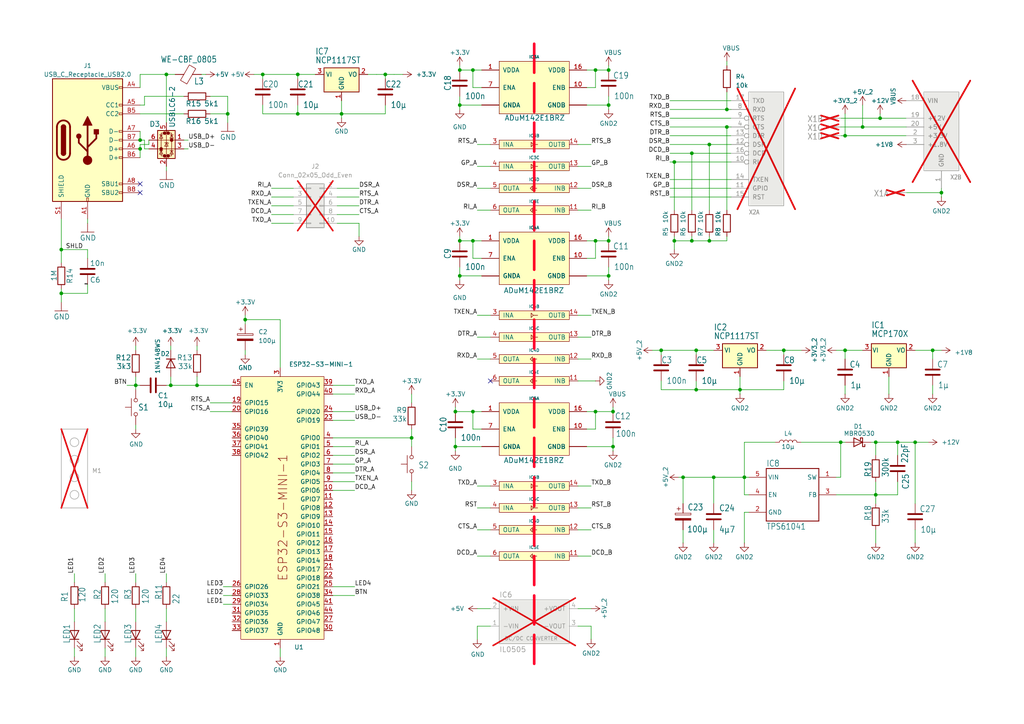
<source format=kicad_sch>
(kicad_sch (version 20231120) (generator "eeschema") (generator_version "8.0")
  (paper "A4")
  (title_block (title "AllSerial WiFi ESP32 Master") (date "2023-10-14"))
  (junction (at 210.82 31.75))
  (junction (at 137.16 119.38))
  (junction (at 17.78 72.39))
  (junction (at 111.76 21.59))
  (junction (at 227.33 101.6))
  (junction (at 210.82 36.83))
  (junction (at 86.36 33.02))
  (junction (at 133.35 20.32))
  (junction (at 195.58 46.99))
  (junction (at 205.74 41.91))
  (junction (at 132.08 119.38))
  (junction (at 48.26 21.59))
  (junction (at 76.2 21.59))
  (junction (at 40.64 43.18))
  (junction (at 254 128.27))
  (junction (at 191.77 101.6))
  (junction (at 71.12 92.71))
  (junction (at 200.66 44.45))
  (junction (at 245.11 39.37))
  (junction (at 132.08 129.54))
  (junction (at 133.35 69.85))
  (junction (at 176.53 69.85))
  (junction (at 195.58 69.85))
  (junction (at 207.01 138.43))
  (junction (at 119.38 127))
  (junction (at 273.05 55.88))
  (junction (at 172.72 20.32))
  (junction (at 99.06 33.02))
  (junction (at 137.16 69.85))
  (junction (at 254 143.51))
  (junction (at 176.53 80.01))
  (junction (at 250.19 36.83))
  (junction (at 66.04 33.02))
  (junction (at 177.8 119.38))
  (junction (at 198.12 138.43))
  (junction (at 86.36 21.59))
  (junction (at 265.43 128.27))
  (junction (at 49.53 111.76))
  (junction (at 57.15 111.76))
  (junction (at 176.53 30.48))
  (junction (at 201.93 113.03))
  (junction (at 137.16 20.32))
  (junction (at 243.84 128.27))
  (junction (at 133.35 30.48))
  (junction (at 40.64 40.64))
  (junction (at 172.72 119.38))
  (junction (at 177.8 129.54))
  (junction (at 39.37 111.76))
  (junction (at 172.72 69.85))
  (junction (at 176.53 20.32))
  (junction (at 200.66 69.85))
  (junction (at 215.9 138.43))
  (junction (at 270.51 101.6))
  (junction (at 201.93 101.6))
  (junction (at 133.35 80.01))
  (junction (at 214.63 113.03))
  (junction (at 205.74 69.85))
  (junction (at 260.35 128.27))
  (junction (at 245.11 101.6))
  (junction (at 17.78 85.09))
  (junction (at 255.27 34.29))
  (no_connect (at 40.64 55.88))
  (no_connect (at 142.24 110.49))
  (no_connect (at 40.64 53.34))
  (wire (pts (xy 201.93 113.03) (xy 214.63 113.03)) (stroke (width 0.1524)))
  (wire (pts (xy 40.64 43.18) (xy 40.64 41.91)))
  (wire (pts (xy 170.18 74.93) (xy 172.72 74.93)))
  (wire (pts (xy 194.31 44.45) (xy 200.66 44.45)))
  (wire (pts (xy 40.64 43.18) (xy 40.64 45.72)))
  (wire (pts (xy 41.91 43.18) (xy 43.18 43.18)))
  (wire (pts (xy 17.78 72.39) (xy 17.78 76.2)))
  (wire (pts (xy 201.93 101.6) (xy 201.93 102.87)))
  (wire (pts (xy 254 143.51) (xy 260.35 143.51)))
  (wire (pts (xy 265.43 101.6) (xy 270.51 101.6)) (stroke (width 0.1524)))
  (wire (pts (xy 85.09 62.23) (xy 78.74 62.23)))
  (wire (pts (xy 207.01 138.43) (xy 207.01 146.05)))
  (wire (pts (xy 217.17 148.59) (xy 215.9 148.59)))
  (wire (pts (xy 114.3 21.59) (xy 116.84 21.59)))
  (wire (pts (xy 99.06 33.02) (xy 99.06 29.21)) (stroke (width 0.1524)))
  (wire (pts (xy 265.43 128.27) (xy 269.24 128.27)))
  (wire (pts (xy 133.35 19.05) (xy 133.35 20.32)))
  (wire (pts (xy 96.52 137.16) (xy 102.87 137.16)))
  (wire (pts (xy 39.37 109.22) (xy 39.37 111.76)))
  (wire (pts (xy 243.84 34.29) (xy 255.27 34.29)))
  (wire (pts (xy 254 143.51) (xy 254 139.7)))
  (wire (pts (xy 177.8 118.11) (xy 177.8 119.38)))
  (wire (pts (xy 60.96 33.02) (xy 66.04 33.02)))
  (wire (pts (xy 139.7 74.93) (xy 137.16 74.93)))
  (wire (pts (xy 49.53 109.22) (xy 49.53 111.76)))
  (wire (pts (xy 273.05 55.88) (xy 273.05 54.61)) (stroke (width 0.1524)))
  (wire (pts (xy 194.31 41.91) (xy 205.74 41.91)))
  (wire (pts (xy 48.26 166.37) (xy 48.26 168.91)))
  (wire (pts (xy 104.14 64.77) (xy 104.14 68.58)))
  (wire (pts (xy 66.04 33.02) (xy 66.04 35.56)))
  (wire (pts (xy 224.79 128.27) (xy 215.9 128.27)))
  (wire (pts (xy 167.64 147.32) (xy 171.45 147.32)))
  (wire (pts (xy 167.64 161.29) (xy 171.45 161.29)))
  (wire (pts (xy 96.52 114.3) (xy 102.87 114.3)))
  (wire (pts (xy 172.72 25.4) (xy 172.72 20.32)))
  (wire (pts (xy 170.18 124.46) (xy 172.72 124.46)))
  (wire (pts (xy 137.16 74.93) (xy 137.16 69.85)))
  (wire (pts (xy 39.37 111.76) (xy 36.83 111.76)))
  (wire (pts (xy 254 143.51) (xy 254 146.05)))
  (wire (pts (xy 40.64 21.59) (xy 48.26 21.59)))
  (wire (pts (xy 119.38 127) (xy 119.38 129.54)))
  (wire (pts (xy 207.01 153.67) (xy 207.01 157.48)))
  (wire (pts (xy 25.4 72.39) (xy 25.4 74.93)))
  (wire (pts (xy 119.38 124.46) (xy 119.38 127)))
  (wire (pts (xy 67.31 172.72) (xy 64.77 172.72)))
  (wire (pts (xy 48.26 21.59) (xy 50.8 21.59)))
  (wire (pts (xy 49.53 111.76) (xy 57.15 111.76)))
  (wire (pts (xy 194.31 36.83) (xy 210.82 36.83)))
  (wire (pts (xy 139.7 124.46) (xy 137.16 124.46)))
  (wire (pts (xy 30.48 166.37) (xy 30.48 168.91)))
  (wire (pts (xy 96.52 121.92) (xy 102.87 121.92)))
  (wire (pts (xy 138.43 91.44) (xy 142.24 91.44)))
  (wire (pts (xy 205.74 69.85) (xy 200.66 69.85)))
  (wire (pts (xy 210.82 31.75) (xy 212.09 31.75)))
  (wire (pts (xy 25.4 82.55) (xy 25.4 85.09)))
  (wire (pts (xy 172.72 69.85) (xy 170.18 69.85)))
  (wire (pts (xy 191.77 101.6) (xy 191.77 102.87)))
  (wire (pts (xy 194.31 46.99) (xy 195.58 46.99)))
  (wire (pts (xy 243.84 39.37) (xy 245.11 39.37)) (stroke (width 0.1524)))
  (wire (pts (xy 104.14 57.15) (xy 97.79 57.15)))
  (wire (pts (xy 138.43 60.96) (xy 142.24 60.96)))
  (wire (pts (xy 167.64 153.67) (xy 171.45 153.67)))
  (wire (pts (xy 86.36 30.48) (xy 86.36 33.02)) (stroke (width 0.1524)))
  (wire (pts (xy 201.93 101.6) (xy 207.01 101.6)))
  (wire (pts (xy 171.45 181.61) (xy 171.45 185.42)))
  (wire (pts (xy 176.53 30.48) (xy 176.53 31.75)))
  (wire (pts (xy 133.35 69.85) (xy 137.16 69.85)))
  (wire (pts (xy 167.64 181.61) (xy 171.45 181.61)))
  (wire (pts (xy 76.2 21.59) (xy 86.36 21.59)))
  (wire (pts (xy 58.42 21.59) (xy 59.69 21.59)))
  (wire (pts (xy 242.57 101.6) (xy 245.11 101.6)) (stroke (width 0.1524)))
  (wire (pts (xy 177.8 129.54) (xy 177.8 130.81)))
  (wire (pts (xy 273.05 55.88) (xy 262.89 55.88)) (stroke (width 0.1524)))
  (wire (pts (xy 262.89 39.37) (xy 245.11 39.37)) (stroke (width 0.1524)))
  (wire (pts (xy 245.11 101.6) (xy 245.11 104.14)) (stroke (width 0.1524)))
  (wire (pts (xy 76.2 33.02) (xy 86.36 33.02)) (stroke (width 0.1524)))
  (wire (pts (xy 66.04 27.94) (xy 66.04 33.02)))
  (wire (pts (xy 195.58 69.85) (xy 195.58 72.39)))
  (wire (pts (xy 167.64 104.14) (xy 171.45 104.14)))
  (polyline (pts (xy 154.94 12.7) (xy 154.94 194.31)) (stroke (width 0.762) (type dash) (color 255 0 37 0.49)))
  (wire (pts (xy 205.74 41.91) (xy 205.74 60.96)))
  (wire (pts (xy 210.82 26.67) (xy 210.82 31.75)))
  (wire (pts (xy 97.79 59.69) (xy 104.14 59.69)))
  (wire (pts (xy 243.84 36.83) (xy 250.19 36.83)))
  (wire (pts (xy 194.31 52.07) (xy 212.09 52.07)))
  (wire (pts (xy 132.08 129.54) (xy 139.7 129.54)))
  (wire (pts (xy 85.09 59.69) (xy 78.74 59.69)))
  (wire (pts (xy 196.85 138.43) (xy 198.12 138.43)))
  (wire (pts (xy 194.31 57.15) (xy 212.09 57.15)))
  (wire (pts (xy 170.18 80.01) (xy 176.53 80.01)))
  (wire (pts (xy 81.28 92.71) (xy 81.28 106.68)))
  (wire (pts (xy 111.76 30.48) (xy 111.76 33.02)) (stroke (width 0.1524)))
  (wire (pts (xy 139.7 25.4) (xy 137.16 25.4)))
  (wire (pts (xy 191.77 113.03) (xy 201.93 113.03)) (stroke (width 0.1524)))
  (wire (pts (xy 39.37 124.46) (xy 39.37 123.19)))
  (wire (pts (xy 260.35 143.51) (xy 260.35 139.7)))
  (wire (pts (xy 167.64 176.53) (xy 171.45 176.53)))
  (wire (pts (xy 133.35 30.48) (xy 139.7 30.48)))
  (wire (pts (xy 57.15 109.22) (xy 57.15 111.76)))
  (wire (pts (xy 176.53 68.58) (xy 176.53 69.85)))
  (wire (pts (xy 176.53 19.05) (xy 176.53 20.32)))
  (wire (pts (xy 40.64 21.59) (xy 40.64 25.4)))
  (wire (pts (xy 138.43 153.67) (xy 142.24 153.67)))
  (wire (pts (xy 167.64 97.79) (xy 171.45 97.79)))
  (wire (pts (xy 210.82 36.83) (xy 212.09 36.83)))
  (wire (pts (xy 207.01 138.43) (xy 215.9 138.43)))
  (wire (pts (xy 21.59 176.53) (xy 21.59 180.34)))
  (wire (pts (xy 17.78 85.09) (xy 25.4 85.09)))
  (wire (pts (xy 25.4 64.77) (xy 25.4 63.5)))
  (wire (pts (xy 60.96 116.84) (xy 67.31 116.84)))
  (wire (pts (xy 133.35 27.94) (xy 133.35 30.48)))
  (wire (pts (xy 39.37 111.76) (xy 39.37 113.03)))
  (wire (pts (xy 170.18 30.48) (xy 176.53 30.48)))
  (wire (pts (xy 260.35 128.27) (xy 265.43 128.27)))
  (wire (pts (xy 250.19 36.83) (xy 250.19 30.48)) (stroke (width 0.1524)))
  (wire (pts (xy 96.52 139.7) (xy 102.87 139.7)))
  (wire (pts (xy 96.52 132.08) (xy 102.87 132.08)))
  (wire (pts (xy 137.16 69.85) (xy 139.7 69.85)))
  (wire (pts (xy 255.27 33.02) (xy 255.27 34.29)))
  (wire (pts (xy 227.33 101.6) (xy 227.33 102.87)))
  (wire (pts (xy 85.09 57.15) (xy 78.74 57.15)))
  (wire (pts (xy 210.82 68.58) (xy 210.82 69.85)))
  (wire (pts (xy 132.08 118.11) (xy 132.08 119.38)))
  (wire (pts (xy 167.64 60.96) (xy 171.45 60.96)))
  (wire (pts (xy 273.05 55.88) (xy 273.05 57.15)) (stroke (width 0.1524)))
  (wire (pts (xy 96.52 129.54) (xy 102.87 129.54)))
  (wire (pts (xy 71.12 101.6) (xy 71.12 102.87)))
  (wire (pts (xy 243.84 128.27) (xy 245.11 128.27)))
  (wire (pts (xy 194.31 31.75) (xy 210.82 31.75)))
  (wire (pts (xy 260.35 128.27) (xy 260.35 132.08)))
  (wire (pts (xy 227.33 110.49) (xy 227.33 113.03)) (stroke (width 0.1524)))
  (wire (pts (xy 222.25 101.6) (xy 224.79 101.6)))
  (wire (pts (xy 215.9 128.27) (xy 215.9 138.43)))
  (wire (pts (xy 86.36 21.59) (xy 86.36 22.86)))
  (wire (pts (xy 102.87 170.18) (xy 96.52 170.18)))
  (wire (pts (xy 176.53 30.48) (xy 176.53 27.94)))
  (wire (pts (xy 96.52 134.62) (xy 102.87 134.62)))
  (wire (pts (xy 39.37 176.53) (xy 39.37 180.34)))
  (wire (pts (xy 133.35 20.32) (xy 137.16 20.32)))
  (wire (pts (xy 39.37 190.5) (xy 39.37 187.96)))
  (wire (pts (xy 132.08 119.38) (xy 137.16 119.38)))
  (wire (pts (xy 176.53 80.01) (xy 176.53 77.47)))
  (wire (pts (xy 57.15 111.76) (xy 67.31 111.76)))
  (wire (pts (xy 252.73 128.27) (xy 254 128.27)))
  (wire (pts (xy 132.08 127) (xy 132.08 129.54)))
  (wire (pts (xy 142.24 181.61) (xy 138.43 181.61)))
  (wire (pts (xy 119.38 114.3) (xy 119.38 116.84)))
  (wire (pts (xy 167.64 110.49) (xy 172.72 110.49)))
  (wire (pts (xy 227.33 101.6) (xy 229.87 101.6)) (stroke (width 0.1524)))
  (wire (pts (xy 198.12 138.43) (xy 198.12 146.05)))
  (wire (pts (xy 86.36 33.02) (xy 99.06 33.02)) (stroke (width 0.1524)))
  (wire (pts (xy 205.74 41.91) (xy 212.09 41.91)))
  (wire (pts (xy 229.87 101.6) (xy 232.41 101.6)))
  (wire (pts (xy 262.89 36.83) (xy 250.19 36.83)) (stroke (width 0.1524)))
  (wire (pts (xy 172.72 124.46) (xy 172.72 119.38)))
  (wire (pts (xy 210.82 17.78) (xy 210.82 19.05)))
  (wire (pts (xy 217.17 143.51) (xy 215.9 143.51)))
  (wire (pts (xy 138.43 140.97) (xy 142.24 140.97)))
  (wire (pts (xy 132.08 129.54) (xy 132.08 130.81)))
  (wire (pts (xy 48.26 190.5) (xy 48.26 187.96)))
  (wire (pts (xy 270.51 114.3) (xy 270.51 111.76)) (stroke (width 0.1524)))
  (wire (pts (xy 25.4 72.39) (xy 17.78 72.39)))
  (wire (pts (xy 60.96 119.38) (xy 67.31 119.38)))
  (wire (pts (xy 99.06 33.02) (xy 111.76 33.02)) (stroke (width 0.1524)))
  (wire (pts (xy 133.35 77.47) (xy 133.35 80.01)))
  (wire (pts (xy 137.16 124.46) (xy 137.16 119.38)))
  (wire (pts (xy 200.66 68.58) (xy 200.66 69.85)))
  (wire (pts (xy 167.64 41.91) (xy 171.45 41.91)))
  (wire (pts (xy 71.12 92.71) (xy 71.12 93.98)))
  (wire (pts (xy 210.82 69.85) (xy 205.74 69.85)))
  (wire (pts (xy 138.43 104.14) (xy 142.24 104.14)))
  (wire (pts (xy 96.52 127) (xy 119.38 127)))
  (wire (pts (xy 265.43 153.67) (xy 265.43 157.48)))
  (wire (pts (xy 17.78 83.82) (xy 17.78 85.09)))
  (wire (pts (xy 254 153.67) (xy 254 157.48)))
  (wire (pts (xy 194.31 34.29) (xy 212.09 34.29)))
  (wire (pts (xy 138.43 181.61) (xy 138.43 185.42)))
  (wire (pts (xy 48.26 176.53) (xy 48.26 180.34)))
  (wire (pts (xy 200.66 44.45) (xy 212.09 44.45)))
  (wire (pts (xy 137.16 20.32) (xy 139.7 20.32)))
  (wire (pts (xy 257.81 114.3) (xy 257.81 109.22)) (stroke (width 0.1524)))
  (wire (pts (xy 96.52 119.38) (xy 102.87 119.38)))
  (wire (pts (xy 242.57 143.51) (xy 254 143.51)))
  (wire (pts (xy 195.58 46.99) (xy 195.58 60.96)))
  (wire (pts (xy 170.18 129.54) (xy 177.8 129.54)))
  (wire (pts (xy 133.35 80.01) (xy 133.35 81.28)))
  (wire (pts (xy 39.37 100.33) (xy 39.37 101.6)))
  (wire (pts (xy 224.79 101.6) (xy 227.33 101.6)) (stroke (width 0.1524)))
  (wire (pts (xy 177.8 129.54) (xy 177.8 127)))
  (wire (pts (xy 270.51 101.6) (xy 270.51 104.14)))
  (wire (pts (xy 167.64 91.44) (xy 171.45 91.44)))
  (wire (pts (xy 85.09 64.77) (xy 78.74 64.77)))
  (wire (pts (xy 138.43 97.79) (xy 142.24 97.79)))
  (wire (pts (xy 86.36 21.59) (xy 91.44 21.59)))
  (wire (pts (xy 217.17 138.43) (xy 215.9 138.43)))
  (wire (pts (xy 172.72 20.32) (xy 176.53 20.32)))
  (wire (pts (xy 67.31 175.26) (xy 64.77 175.26)))
  (wire (pts (xy 48.26 49.53) (xy 48.26 48.26)))
  (wire (pts (xy 97.79 64.77) (xy 104.14 64.77)))
  (wire (pts (xy 40.64 41.91) (xy 43.18 41.91)))
  (wire (pts (xy 205.74 68.58) (xy 205.74 69.85)))
  (wire (pts (xy 198.12 153.67) (xy 198.12 157.48)))
  (wire (pts (xy 53.34 43.18) (xy 54.61 43.18)))
  (wire (pts (xy 176.53 80.01) (xy 176.53 81.28)))
  (wire (pts (xy 137.16 119.38) (xy 139.7 119.38)))
  (wire (pts (xy 40.64 40.64) (xy 41.91 40.64)))
  (wire (pts (xy 64.77 170.18) (xy 67.31 170.18)))
  (wire (pts (xy 99.06 33.02) (xy 99.06 34.29)) (stroke (width 0.1524)))
  (wire (pts (xy 60.96 27.94) (xy 66.04 27.94)))
  (wire (pts (xy 138.43 48.26) (xy 142.24 48.26)))
  (wire (pts (xy 57.15 100.33) (xy 57.15 101.6)))
  (wire (pts (xy 195.58 46.99) (xy 212.09 46.99)))
  (wire (pts (xy 170.18 25.4) (xy 172.72 25.4)))
  (wire (pts (xy 111.76 21.59) (xy 111.76 22.86)))
  (wire (pts (xy 41.91 27.94) (xy 53.34 27.94)))
  (wire (pts (xy 97.79 54.61) (xy 104.14 54.61)))
  (wire (pts (xy 111.76 21.59) (xy 114.3 21.59)) (stroke (width 0.1524)))
  (wire (pts (xy 243.84 138.43) (xy 242.57 138.43)))
  (wire (pts (xy 200.66 44.45) (xy 200.66 60.96)))
  (wire (pts (xy 270.51 101.6) (xy 273.05 101.6)) (stroke (width 0.1524)))
  (wire (pts (xy 138.43 147.32) (xy 142.24 147.32)))
  (wire (pts (xy 71.12 92.71) (xy 81.28 92.71)))
  (wire (pts (xy 172.72 119.38) (xy 177.8 119.38)))
  (wire (pts (xy 96.52 142.24) (xy 102.87 142.24)))
  (wire (pts (xy 214.63 113.03) (xy 214.63 114.3)) (stroke (width 0.1524)))
  (wire (pts (xy 17.78 85.09) (xy 17.78 87.63)))
  (wire (pts (xy 191.77 110.49) (xy 191.77 113.03)) (stroke (width 0.1524)))
  (wire (pts (xy 215.9 138.43) (xy 215.9 143.51)))
  (wire (pts (xy 172.72 20.32) (xy 170.18 20.32)))
  (wire (pts (xy 96.52 111.76) (xy 102.87 111.76)))
  (wire (pts (xy 96.52 172.72) (xy 102.87 172.72)))
  (wire (pts (xy 254 128.27) (xy 254 132.08)))
  (wire (pts (xy 40.64 38.1) (xy 40.64 40.64)))
  (wire (pts (xy 53.34 40.64) (xy 54.61 40.64)))
  (wire (pts (xy 43.18 40.64) (xy 43.18 41.91)))
  (wire (pts (xy 40.64 111.76) (xy 39.37 111.76)))
  (wire (pts (xy 81.28 187.96) (xy 81.28 190.5)))
  (wire (pts (xy 200.66 69.85) (xy 195.58 69.85)))
  (wire (pts (xy 194.31 54.61) (xy 212.09 54.61)))
  (wire (pts (xy 76.2 30.48) (xy 76.2 33.02)) (stroke (width 0.1524)))
  (wire (pts (xy 138.43 54.61) (xy 142.24 54.61)))
  (wire (pts (xy 201.93 110.49) (xy 201.93 113.03)) (stroke (width 0.1524)))
  (wire (pts (xy 40.64 30.48) (xy 41.91 30.48)))
  (wire (pts (xy 73.66 21.59) (xy 76.2 21.59)))
  (wire (pts (xy 232.41 128.27) (xy 243.84 128.27)))
  (wire (pts (xy 167.64 54.61) (xy 171.45 54.61)))
  (wire (pts (xy 167.64 48.26) (xy 171.45 48.26)))
  (wire (pts (xy 76.2 21.59) (xy 76.2 22.86)))
  (wire (pts (xy 21.59 190.5) (xy 21.59 187.96)))
  (wire (pts (xy 48.26 21.59) (xy 48.26 35.56)))
  (wire (pts (xy 194.31 29.21) (xy 212.09 29.21)))
  (wire (pts (xy 137.16 25.4) (xy 137.16 20.32)))
  (wire (pts (xy 254 128.27) (xy 260.35 128.27)))
  (wire (pts (xy 85.09 54.61) (xy 78.74 54.61)))
  (wire (pts (xy 191.77 101.6) (xy 201.93 101.6)))
  (wire (pts (xy 133.35 80.01) (xy 139.7 80.01)))
  (wire (pts (xy 167.64 140.97) (xy 171.45 140.97)))
  (wire (pts (xy 119.38 139.7) (xy 119.38 142.24)))
  (wire (pts (xy 106.68 21.59) (xy 109.22 21.59)))
  (wire (pts (xy 194.31 39.37) (xy 212.09 39.37)))
  (wire (pts (xy 109.22 21.59) (xy 111.76 21.59)) (stroke (width 0.1524)))
  (wire (pts (xy 195.58 68.58) (xy 195.58 69.85)))
  (wire (pts (xy 210.82 36.83) (xy 210.82 60.96)))
  (wire (pts (xy 17.78 63.5) (xy 17.78 72.39)))
  (wire (pts (xy 215.9 148.59) (xy 215.9 157.48)))
  (wire (pts (xy 214.63 113.03) (xy 227.33 113.03)) (stroke (width 0.1524)))
  (wire (pts (xy 198.12 138.43) (xy 207.01 138.43)))
  (wire (pts (xy 172.72 74.93) (xy 172.72 69.85)))
  (wire (pts (xy 172.72 69.85) (xy 176.53 69.85)))
  (wire (pts (xy 189.23 101.6) (xy 191.77 101.6)))
  (wire (pts (xy 243.84 128.27) (xy 243.84 138.43)))
  (wire (pts (xy 262.89 34.29) (xy 255.27 34.29)) (stroke (width 0.1524)))
  (wire (pts (xy 41.91 30.48) (xy 41.91 27.94)))
  (wire (pts (xy 214.63 113.03) (xy 214.63 109.22)) (stroke (width 0.1524)))
  (wire (pts (xy 48.26 111.76) (xy 49.53 111.76)))
  (wire (pts (xy 104.14 62.23) (xy 97.79 62.23)))
  (wire (pts (xy 133.35 30.48) (xy 133.35 31.75)))
  (wire (pts (xy 39.37 166.37) (xy 39.37 168.91)))
  (wire (pts (xy 133.35 68.58) (xy 133.35 69.85)))
  (wire (pts (xy 138.43 161.29) (xy 142.24 161.29)))
  (wire (pts (xy 250.19 101.6) (xy 245.11 101.6)) (stroke (width 0.1524)))
  (wire (pts (xy 21.59 166.37) (xy 21.59 168.91)))
  (wire (pts (xy 245.11 39.37) (xy 245.11 33.02)) (stroke (width 0.1524)))
  (wire (pts (xy 41.91 40.64) (xy 41.91 43.18)))
  (wire (pts (xy 30.48 176.53) (xy 30.48 180.34)))
  (wire (pts (xy 172.72 119.38) (xy 170.18 119.38)))
  (wire (pts (xy 265.43 146.05) (xy 265.43 128.27)))
  (wire (pts (xy 71.12 91.44) (xy 71.12 92.71)))
  (wire (pts (xy 245.11 114.3) (xy 245.11 111.76)) (stroke (width 0.1524)))
  (wire (pts (xy 49.53 100.33) (xy 49.53 101.6)))
  (wire (pts (xy 30.48 190.5) (xy 30.48 187.96)))
  (wire (pts (xy 138.43 176.53) (xy 142.24 176.53)))
  (wire (pts (xy 138.43 41.91) (xy 142.24 41.91)))
  (wire (pts (xy 40.64 33.02) (xy 53.34 33.02)))
  (label "DTR_B" (at 194.31 39.37 180))
  (label "DCD_A" (at 138.43 161.29 180))
  (label "DSR_A" (at 104.14 54.61 0))
  (label "GP_A" (at 138.43 48.26 180))
  (label "TXEN_A" (at 102.87 139.7 0))
  (label "DSR_B" (at 171.45 54.61 0))
  (label "RST" (at 138.43 147.32 180))
  (label "RTS_B" (at 171.45 41.91 0))
  (label "LED3" (at 39.37 166.37 90))
  (label "RTS_A" (at 104.14 57.15 0))
  (label "LED2" (at 64.77 172.72 180))
  (label "CTS_A" (at 60.96 119.38 180))
  (label "DTR_A" (at 102.87 137.16 0))
  (label "TXD_A" (at 78.74 64.77 180))
  (label "TXD_A" (at 138.43 140.97 180))
  (label "RXD_A" (at 102.87 114.3 0))
  (label "RST_B" (at 194.31 57.15 180))
  (label "CTS_A" (at 104.14 62.23 0))
  (label "DSR_A" (at 102.87 132.08 0))
  (label "RTS_B" (at 194.31 34.29 180))
  (label "DSR_A" (at 138.43 54.61 180))
  (label "RI_A" (at 102.87 129.54 0))
  (label "RXD_B" (at 171.45 104.14 0))
  (label "LED3" (at 64.77 170.18 180))
  (label "GP_A" (at 102.87 134.62 0))
  (label "TXEN_A" (at 78.74 59.69 180))
  (label "RI_A" (at 78.74 54.61 180))
  (label "TXD_A" (at 102.87 111.76 0))
  (label "TXEN_A" (at 138.43 91.44 180))
  (label "GP_B" (at 194.31 54.61 180))
  (label "DTR_A" (at 104.14 59.69 0))
  (label "TXD_B" (at 171.45 140.97 0))
  (label "USB_D-" (at 54.61 43.18 0))
  (label "RI_B" (at 171.45 60.96 0))
  (label "BTN" (at 36.83 111.76 180))
  (label "RST_B" (at 171.45 147.32 0))
  (label "RI_A" (at 138.43 60.96 180))
  (label "USB_D+" (at 54.61 40.64 0))
  (label "RTS_A" (at 60.96 116.84 180))
  (label "DSR_B" (at 194.31 41.91 180))
  (label "LED1" (at 64.77 175.26 180))
  (label "RI_B" (at 194.31 46.99 180))
  (label "RXD_A" (at 78.74 57.15 180))
  (label "LED4" (at 102.87 170.18 0))
  (label "LED2" (at 30.48 166.37 90))
  (label "LED4" (at 48.26 166.37 90))
  (label "CTS_B" (at 194.31 36.83 180))
  (label "TXEN_B" (at 194.31 52.07 180))
  (label "GP_B" (at 171.45 48.26 0))
  (label "DCD_B" (at 194.31 44.45 180))
  (label "BTN" (at 102.87 172.72 0))
  (label "GND" (at 25.4 82.55 180) (effects (font (size 0.254 0.254))))
  (label "CTS_A" (at 138.43 153.67 180))
  (label "TXEN_B" (at 171.45 91.44 0))
  (label "RTS_A" (at 138.43 41.91 180))
  (label "SHLD" (at 19.05 72.39 0))
  (label "USB_D-" (at 102.87 121.92 0))
  (label "RXD_B" (at 194.31 31.75 180))
  (label "DCD_A" (at 102.87 142.24 0))
  (label "DTR_B" (at 171.45 97.79 0))
  (label "USB_D+" (at 102.87 119.38 0))
  (label "LED1" (at 21.59 166.37 90))
  (label "CTS_B" (at 171.45 153.67 0))
  (label "DCD_A" (at 78.74 62.23 180))
  (label "DCD_B" (at 171.45 161.29 0))
  (label "RXD_A" (at 138.43 104.14 180))
  (label "DTR_A" (at 138.43 97.79 180))
  (label "TXD_B" (at 194.31 29.21 180))
  (symbol (lib_id "power:GND2") (at 270.51 114.3 0) (unit 1)
    (property "Reference" "#PWR018" (effects (hide yes)))
    (property "Value" "GND2" (at 270.51 118.364 0))
    (property "Description" "Power symbol creates a global label with name \"GND2\" , ground" (effects (hide yes)))
  )
  (symbol (lib_id "AllSerial:+5V_2") (at 196.85 138.43 90) (unit 1)
    (property "Reference" "#PWR060" (effects (hide yes)))
    (property "Value" "+5V_2" (at 193.04 138.43 0))
    (property "Description" "Power symbol creates a global label with name \"+5V\"" (effects (hide yes)))
  )
  (symbol (lib_id "power:+3.3V") (at 133.35 68.58 0) (unit 1)
    (property "Reference" "#PWR07" (effects (hide yes)))
    (property "Value" "+3.3V" (at 133.35 64.77 0))
  )
  (symbol (lib_id "power:GND") (at 133.35 31.75 0) (unit 1)
    (property "Reference" "#PWR041" (effects (hide yes)))
    (property "Value" "GND" (at 133.35 36.83 0))
  )
  (symbol (lib_id "Device:R") (at 39.37 105.41 180) (unit 1)
    (property "Reference" "R12" (at 38.1 102.87 0) (effects (font (size 1.4986 1.4986)) (justify left bottom)))
    (property "Value" "3k3" (at 38.1 105.41 0) (effects (font (size 1.4986 1.4986)) (justify left bottom)))
    (property "Footprint" "Resistor_SMD:R_0805_2012Metric" (effects (hide yes)))
    (property "LCSC" "C114531" (effects (hide yes)))
  )
  (symbol (lib_id "AllSerial:+3V3_2") (at 242.57 101.6 90) (unit 1)
    (property "Reference" "#PWR019" (effects (hide yes)))
    (property "Value" "+3V3_2" (at 238.76 101.6 0))
    (property "Description" "Power symbol creates a global label with name \"+5V\"" (effects (hide yes)))
  )
  (symbol (lib_id "AllSerial:ADuM142") (at 154.94 104.14 0) (unit 4)
    (property "Reference" "IC4" (at 154.94 101.6 0) (effects (font (size 0.8636 0.8636))))
    (property "Value" "ADuM142E1BRZ" (effects (hide yes)))
    (property "Footprint" "Package_SO:SOIC-16_3.9x9.9mm_P1.27mm" (effects (hide yes)))
    (property "Datasheet" "https://www.analog.com/media/en/technical-documentation/data-sheets/ADuM140D_140E_141D_141E_142D_142E.pdf" (effects (hide yes)))
  )
  (symbol (lib_id "power:GND") (at 138.43 185.42 0) (unit 1)
    (property "Reference" "#PWR013" (effects (hide yes)))
    (property "Value" "GND" (at 138.557 189.8142 0))
  )
  (symbol (lib_id "Device:R") (at 30.48 172.72 0) (unit 1)
    (property "Reference" "R2" (at 29.21 173.99 90) (effects (font (size 1.778 1.5113)) (justify left bottom)))
    (property "Value" "120" (at 34.29 175.26 90) (effects (font (size 1.778 1.5113)) (justify left bottom)))
    (property "Footprint" "Resistor_SMD:R_0805_2012Metric" (effects (hide yes)))
    (property "LCSC" "C17437" (effects (hide yes)))
  )
  (symbol (lib_id "power:GND2") (at 198.12 157.48 0) (unit 1)
    (property "Reference" "#PWR061" (effects (hide yes)))
    (property "Value" "GND2" (at 198.12 161.544 0))
    (property "Description" "Power symbol creates a global label with name \"GND2\" , ground" (effects (hide yes)))
  )
  (symbol (lib_id "AllSerial:DCDC_Converter") (at 154.94 179.07 0) (unit 1) (dnp yes)
    (property "Reference" "IC6" (at 144.78 173.355 0) (effects (font (size 1.4986 1.4986)) (justify left bottom)))
    (property "Value" "IL0505" (at 144.78 189.23 0) (effects (font (size 1.4986 1.4986)) (justify left bottom)))
    (property "Footprint" "AllSerial:XPPOWER-ILxxxxS" (effects (hide yes)))
  )
  (symbol (lib_id "power:+3.3V") (at 133.35 19.05 0) (unit 1)
    (property "Reference" "#PWR023" (effects (hide yes)))
    (property "Value" "+3.3V" (at 133.35 15.24 0))
  )
  (symbol (lib_id "Device:C") (at 133.35 24.13 0) (unit 1)
    (property "Reference" "C18" (at 130.81 26.416 90) (effects (font (size 1.778 1.5113)) (justify left bottom)))
    (property "Value" "100n" (at 134.874 28.829 0) (effects (font (size 1.778 1.5113)) (justify left bottom)))
    (property "Footprint" "Capacitor_SMD:C_0805_2012Metric" (effects (hide yes)))
    (property "LCSC" "C49678" (effects (hide yes)))
  )
  (symbol (lib_name "1N4148WS_1") (lib_id "Diode:1N4148WS") (at 49.53 105.41 270) (unit 1)
    (property "Reference" "D2" (at 49.276 102.616 90) (effects (justify right)))
    (property "Value" "1N4148WS" (at 45.72 108.458 0) (effects (justify right)))
    (property "Footprint" "Diode_SMD:D_SOD-323" (effects (hide yes)))
    (property "Datasheet" "https://www.vishay.com/docs/85751/1n4148ws.pdf" (effects (hide yes)))
    (property "LCSC" "C57759" (effects (hide yes)))
  )
  (symbol (lib_id "Device:C") (at 260.35 135.89 0) (unit 1)
    (property "Reference" "C25" (at 263.652 141.986 90) (effects (font (size 1.778 1.5113)) (justify left bottom)))
    (property "Value" "22pF" (at 263.398 134.366 90) (effects (font (size 1.778 1.5113)) (justify left bottom)))
    (property "Footprint" "Capacitor_SMD:C_0805_2012Metric" (effects (hide yes)))
    (property "LCSC" "C105623" (effects (hide yes)))
  )
  (symbol (lib_id "Device:C") (at 265.43 149.86 0) (unit 1)
    (property "Reference" "C27" (at 266.7 148.59 0) (effects (font (size 1.778 1.5113)) (justify left bottom)))
    (property "Value" "10µ" (at 266.954 154.559 0) (effects (font (size 1.778 1.5113)) (justify left bottom)))
    (property "Footprint" "Capacitor_SMD:C_0805_2012Metric" (effects (hide yes)))
    (property "LCSC" "C15850" (effects (hide yes)))
  )
  (symbol (lib_id "power:GND") (at 119.38 142.24 0) (unit 1)
    (property "Reference" "#PWR025" (effects (hide yes)))
    (property "Value" "GND" (at 119.38 146.05 0))
  )
  (symbol (lib_id "AllSerial:ADuM142") (at 154.94 124.46 0) (unit 1)
    (property "Reference" "IC5" (at 154.94 115.57 0) (effects (font (size 0.8636 0.8636))))
    (property "Value" "ADuM142E1BRZ" (at 146.05 134.366 0) (effects (font (size 1.4986 1.4986)) (justify left bottom)))
    (property "Footprint" "Package_SO:SOIC-16_3.9x9.9mm_P1.27mm" (effects (hide yes)))
    (property "Datasheet" "https://www.analog.com/media/en/technical-documentation/data-sheets/ADuM140D_140E_141D_141E_142D_142E.pdf" (effects (hide yes)))
  )
  (symbol (lib_id "Device:R") (at 17.78 80.01 0) (mirror x) (unit 1)
    (property "Reference" "R14" (at 21.082 77.724 90) (effects (font (size 1.4986 1.4986)) (justify left bottom)))
    (property "Value" "1M" (at 16.51 78.232 90) (effects (font (size 1.4986 1.4986)) (justify left bottom)))
    (property "Footprint" "Resistor_SMD:R_0805_2012Metric" (effects (hide yes)))
    (property "Description" "Resistor" (effects (hide yes)))
    (property "LCSC" "C3152182" (effects (hide yes)))
  )
  (symbol (lib_id "AllSerial:ESP32-S3-MINI-1") (at 81.28 147.32 0) (unit 1)
    (property "Reference" "U1" (at 85.344 187.706 0) (effects (justify left)))
    (property "Value" "ESP32-S3-MINI-1" (at 83.82 105.664 0) (effects (justify left)))
    (property "Footprint" "User:ESP32-S3-MINI-1U" (effects (hide yes)))
    (property "Datasheet" "https://www.espressif.com/sites/default/files/documentation/esp32-s3-mini-1_mini-1u_datasheet_en.pdf" (effects (hide yes)))
    (property "Description" "Smallsized module supporting 2.4 GHz WiFi (802.11 b/g/n) and Bluetooth ® 5 (LE) Built around ESP32S3 series of SoCs, Xtensa ® dualcore 32bit LX7 microprocessor Flash up to 8 MB, optional 2 MB PSRAM in chip package 39 GPIOs, rich set of peripherals Onboard PCB antenna or external antenna connector" (effects (hide yes)))
    (property "LCSC" "C2980299" (effects (hide yes)))
  )
  (symbol (lib_id "power:GND2") (at 207.01 157.48 0) (unit 1)
    (property "Reference" "#PWR062" (effects (hide yes)))
    (property "Value" "GND2" (at 207.01 161.544 0))
    (property "Description" "Power symbol creates a global label with name \"GND2\" , ground" (effects (hide yes)))
  )
  (symbol (lib_id "Device:R") (at 48.26 172.72 0) (unit 1)
    (property "Reference" "R11" (at 46.99 173.99 90) (effects (font (size 1.778 1.5113)) (justify left bottom)))
    (property "Value" "22" (at 52.07 175.26 90) (effects (font (size 1.778 1.5113)) (justify left bottom)))
    (property "Footprint" "Resistor_SMD:R_0805_2012Metric" (effects (hide yes)))
    (property "LCSC" "C17561" (effects (hide yes)))
  )
  (symbol (lib_id "FTDI_master-eagle-import:GND") (at 17.78 90.17 0) (mirror y) (unit 1)
    (property "Reference" "#GND01" (effects (hide yes)))
    (property "Value" "GND" (at 20.32 92.71 0) (effects (font (size 1.4986 1.4986)) (justify left bottom)))
  )
  (symbol (lib_id "AllSerial:ADuM142") (at 154.94 110.49 0) (unit 5)
    (property "Reference" "IC4" (at 154.94 107.95 0) (effects (font (size 0.8636 0.8636))))
    (property "Value" "ADuM142E1BRZ" (effects (hide yes)))
    (property "Footprint" "Package_SO:SOIC-16_3.9x9.9mm_P1.27mm" (effects (hide yes)))
    (property "Datasheet" "https://www.analog.com/media/en/technical-documentation/data-sheets/ADuM140D_140E_141D_141E_142D_142E.pdf" (effects (hide yes)))
  )
  (symbol (lib_id "power:GND") (at 30.48 190.5 0) (unit 1)
    (property "Reference" "#PWR032" (effects (hide yes)))
    (property "Value" "GND" (at 30.48 194.31 0))
  )
  (symbol (lib_id "power:+3.3V") (at 132.08 118.11 0) (unit 1)
    (property "Reference" "#PWR051" (effects (hide yes)))
    (property "Value" "+3.3V" (at 132.08 114.3 0))
  )
  (symbol (lib_id "Device:R") (at 210.82 22.86 0) (unit 1)
    (property "Reference" "R4" (at 213.36 22.225 0) (effects (justify left)))
    (property "Value" "10k" (at 213.36 24.765 0) (effects (justify left)))
    (property "Footprint" "Resistor_SMD:R_0805_2012Metric" (effects (hide yes)))
    (property "LCSC" "C17414" (effects (hide yes)))
  )
  (symbol (lib_id "Device:C") (at 86.36 26.67 0) (unit 1)
    (property "Reference" "C21" (at 86.36 25.4 0) (effects (font (size 1.778 1.5113)) (justify left bottom)))
    (property "Value" "10µ" (at 87.884 31.369 0) (effects (font (size 1.778 1.5113)) (justify left bottom)))
    (property "Footprint" "Capacitor_SMD:C_0805_2012Metric" (effects (hide yes)))
    (property "LCSC" "C15850" (effects (hide yes)))
  )
  (symbol (lib_id "power:GND") (at 21.59 190.5 0) (unit 1)
    (property "Reference" "#PWR026" (effects (hide yes)))
    (property "Value" "GND" (at 21.59 194.31 0))
  )
  (symbol (lib_id "Device:C") (at 176.53 73.66 0) (unit 1)
    (property "Reference" "C11" (at 177.8 72.39 0) (effects (font (size 1.778 1.5113)) (justify left bottom)))
    (property "Value" "100n" (at 178.054 78.359 0) (effects (font (size 1.778 1.5113)) (justify left bottom)))
    (property "Footprint" "Capacitor_SMD:C_0805_2012Metric" (effects (hide yes)))
    (property "LCSC" "C49678" (effects (hide yes)))
  )
  (symbol (lib_id "FTDI_master-eagle-import:GND") (at 48.26 52.07 0) (mirror y) (unit 1)
    (property "Reference" "#GND04" (effects (hide yes)))
    (property "Value" "GND" (at 50.8 54.61 0) (effects (font (size 1.4986 1.4986)) (justify left bottom)))
  )
  (symbol (lib_id "Device:C_Polarized") (at 71.12 97.79 0) (unit 1)
    (property "Reference" "C2" (at 74.93 96.266 0) (effects (justify left)))
    (property "Value" "100µ" (at 74.93 98.806 0) (effects (justify left)))
    (property "Footprint" "Capacitor_SMD:CP_Elec_5x5.9" (effects (hide yes)))
    (property "LCSC" "C129417" (effects (hide yes)))
  )
  (symbol (lib_id "AllSerial:ADuM142") (at 154.94 41.91 0) (unit 2)
    (property "Reference" "IC3" (at 154.94 39.37 0) (effects (font (size 0.8636 0.8636))))
    (property "Value" "ADuM142E1BRZ" (effects (hide yes)))
    (property "Footprint" "Package_SO:SOIC-16_3.9x9.9mm_P1.27mm" (effects (hide yes)))
    (property "Datasheet" "https://www.analog.com/media/en/technical-documentation/data-sheets/ADuM140D_140E_141D_141E_142D_142E.pdf" (effects (hide yes)))
  )
  (symbol (lib_id "AllSerial:ADuM142") (at 154.94 91.44 0) (unit 2)
    (property "Reference" "IC4" (at 154.94 88.9 0) (effects (font (size 0.8636 0.8636))))
    (property "Value" "ADuM142E1BRZ" (effects (hide yes)))
    (property "Footprint" "Package_SO:SOIC-16_3.9x9.9mm_P1.27mm" (effects (hide yes)))
    (property "Datasheet" "https://www.analog.com/media/en/technical-documentation/data-sheets/ADuM140D_140E_141D_141E_142D_142E.pdf" (effects (hide yes)))
  )
  (symbol (lib_id "Device:R") (at 57.15 27.94 90) (unit 1)
    (property "Reference" "R15" (at 58.42 29.21 90) (effects (font (size 1.4986 1.4986)) (justify left bottom)))
    (property "Value" "5k1" (at 63.5 29.21 90) (effects (font (size 1.4986 1.4986)) (justify left bottom)))
    (property "Footprint" "Resistor_SMD:R_0805_2012Metric" (effects (hide yes)))
    (property "Description" "Resistor" (effects (hide yes)))
    (property "LCSC" "C27834" (effects (hide yes)))
  )
  (symbol (lib_id "Device:D_Schottky") (at 248.92 128.27 180) (unit 1)
    (property "Reference" "D1" (at 248.92 123.698 0))
    (property "Value" "MBR0530" (at 249.2375 125.73 0))
    (property "Footprint" "Diode_SMD:D_SOD-123" (effects (hide yes)))
    (property "LCSC" "C475718" (effects (hide yes)))
  )
  (symbol (lib_id "Device:R") (at 254 149.86 0) (unit 1)
    (property "Reference" "R18" (at 252.73 151.13 90) (effects (font (size 1.778 1.5113)) (justify left bottom)))
    (property "Value" "33k" (at 257.81 151.892 90) (effects (font (size 1.778 1.5113)) (justify left bottom)))
    (property "Footprint" "Resistor_SMD:R_0805_2012Metric" (effects (hide yes)))
    (property "LCSC" "C17633" (effects (hide yes)))
  )
  (symbol (lib_id "Device:C") (at 25.4 78.74 0) (mirror y) (unit 1)
    (property "Reference" "C6" (at 29.21 82.042 0) (effects (font (size 1.4986 1.4986)) (justify left bottom)))
    (property "Value" "10n" (at 30.48 77.216 0) (effects (font (size 1.4986 1.4986)) (justify left bottom)))
    (property "Footprint" "Capacitor_SMD:C_0805_2012Metric" (effects (hide yes)))
    (property "Description" "Unpolarized capacitor" (effects (hide yes)))
    (property "LCSC" "C1710" (effects (hide yes)))
  )
  (symbol (lib_id "WiFiMaster-eagle-import:AKL18X-04W") (at 260.35 55.88 180) (unit 1) (dnp yes)
    (property "Reference" "X1" (at 257.81 55.118 0) (effects (font (size 1.778 1.5113)) (justify left bottom)))
    (property "Value" "AKL18X-04W" (effects (hide yes)))
    (property "Footprint" "WiFiMaster:AKL182-04" (effects (hide yes)))
  )
  (symbol (lib_id "Device:R") (at 21.59 172.72 180) (unit 1)
    (property "Reference" "R1" (at 17.78 171.45 90) (effects (font (size 1.778 1.5113)) (justify left bottom)))
    (property "Value" "120" (at 22.86 170.18 90) (effects (font (size 1.778 1.5113)) (justify left bottom)))
    (property "Footprint" "Resistor_SMD:R_0805_2012Metric" (effects (hide yes)))
    (property "LCSC" "C17437" (effects (hide yes)))
  )
  (symbol (lib_id "Device:R") (at 200.66 64.77 0) (unit 1)
    (property "Reference" "R6" (at 198.12 68.58 90) (effects (justify left)))
    (property "Value" "10k" (at 198.12 64.77 90) (effects (justify left)))
    (property "Footprint" "Resistor_SMD:R_0805_2012Metric" (effects (hide yes)))
    (property "LCSC" "C17414" (effects (hide yes)))
  )
  (symbol (lib_id "Device:R") (at 195.58 64.77 0) (unit 1)
    (property "Reference" "R5" (at 193.04 68.58 90) (effects (justify left)))
    (property "Value" "10k" (at 193.04 64.77 90) (effects (justify left)))
    (property "Footprint" "Resistor_SMD:R_0805_2012Metric" (effects (hide yes)))
    (property "LCSC" "C17414" (effects (hide yes)))
  )
  (symbol (lib_id "AllSerial:ADuM142") (at 154.94 161.29 0) (unit 5)
    (property "Reference" "IC5" (at 154.94 158.75 0) (effects (font (size 0.8636 0.8636))))
    (property "Value" "ADuM142E1BRZ" (effects (hide yes)))
    (property "Footprint" "Package_SO:SOIC-16_3.9x9.9mm_P1.27mm" (effects (hide yes)))
    (property "Datasheet" "https://www.analog.com/media/en/technical-documentation/data-sheets/ADuM140D_140E_141D_141E_142D_142E.pdf" (effects (hide yes)))
  )
  (symbol (lib_id "power:+1V8") (at 273.05 101.6 270) (unit 1)
    (property "Reference" "#PWR016" (effects (hide yes)))
    (property "Value" "+1V8" (at 276.86 102.235 90) (effects (justify left)))
  )
  (symbol (lib_id "power:VBUS") (at 176.53 68.58 0) (unit 1)
    (property "Reference" "#PWR054" (effects (hide yes)))
    (property "Value" "VBUS" (at 177.8 64.77 0))
  )
  (symbol (lib_id "Device:C_Polarized") (at 198.12 149.86 0) (unit 1)
    (property "Reference" "C23" (at 199.39 148.082 0) (effects (font (size 1.778 1.5113)) (justify left bottom)))
    (property "Value" "100µ" (at 199.263 154.4574 0) (effects (font (size 1.778 1.5113)) (justify left bottom)))
    (property "Footprint" "Capacitor_SMD:CP_Elec_5x5.9" (effects (hide yes)))
    (property "LCSC" "C129417" (effects (hide yes)))
  )
  (symbol (lib_id "AllSerial:ADuM142") (at 154.94 147.32 0) (unit 3)
    (property "Reference" "IC5" (at 154.94 144.78 0) (effects (font (size 0.8636 0.8636))))
    (property "Value" "ADuM142E1BRZ" (effects (hide yes)))
    (property "Footprint" "Package_SO:SOIC-16_3.9x9.9mm_P1.27mm" (effects (hide yes)))
    (property "Datasheet" "https://www.analog.com/media/en/technical-documentation/data-sheets/ADuM140D_140E_141D_141E_142D_142E.pdf" (effects (hide yes)))
  )
  (symbol (lib_id "FTDI_master-eagle-import:GND") (at 25.4 67.31 0) (mirror y) (unit 1)
    (property "Reference" "#GND02" (effects (hide yes)))
    (property "Value" "GND" (at 27.94 69.85 0) (effects (font (size 1.4986 1.4986)) (justify left bottom)))
  )
  (symbol (lib_id "power:VBUS") (at 210.82 17.78 0) (unit 1)
    (property "Reference" "#PWR021" (effects (hide yes)))
    (property "Value" "VBUS" (at 212.09 13.97 0))
  )
  (symbol (lib_id "power:GND2") (at 257.81 114.3 0) (unit 1)
    (property "Reference" "#PWR017" (effects (hide yes)))
    (property "Value" "GND2" (at 257.81 118.364 0))
    (property "Description" "Power symbol creates a global label with name \"GND2\" , ground" (effects (hide yes)))
  )
  (symbol (lib_id "power:GND2") (at 172.72 110.49 90) (unit 1)
    (property "Reference" "#PWR028" (effects (hide yes)))
    (property "Value" "GND2" (at 176.784 110.49 0))
    (property "Description" "Power symbol creates a global label with name \"GND2\" , ground" (effects (hide yes)))
  )
  (symbol (lib_id "AllSerial:+5V_2") (at 189.23 101.6 90) (unit 1)
    (property "Reference" "#PWR03" (effects (hide yes)))
    (property "Value" "+5V_2" (at 185.42 101.6 0))
    (property "Description" "Power symbol creates a global label with name \"+5V\"" (effects (hide yes)))
  )
  (symbol (lib_id "AllSerial:AllSerial_Connector") (at 273.05 44.45 0) (mirror y) (unit 2) (dnp yes)
    (property "Reference" "X2" (at 275.59 52.07 0) (effects (font (size 1.27 1.0795)) (justify right bottom)))
    (property "Value" "ALLSERIALMASTERM" (effects (hide yes)))
    (property "Footprint" "AllSerial:MasterBoard" (effects (hide yes)))
    (property "LCSC" "C124406" (effects (hide yes)))
  )
  (symbol (lib_id "power:GND2") (at 176.53 81.28 0) (unit 1)
    (property "Reference" "#PWR055" (effects (hide yes)))
    (property "Value" "GND2" (at 176.53 85.344 0))
    (property "Description" "Power symbol creates a global label with name \"GND2\" , ground" (effects (hide yes)))
  )
  (symbol (lib_id "Connector_Generic:Conn_02x05_Odd_Even") (at 90.17 59.69 0) (unit 1) (dnp yes)
    (property "Reference" "J2" (at 91.44 48.26 0))
    (property "Value" "Conn_02x05_Odd_Even" (at 91.44 50.8 0))
    (property "Footprint" "Connector_PinHeader_2.54mm:PinHeader_2x05_P2.54mm_Vertical" (effects (hide yes)))
    (property "Description" "Generic connector, double row, 02x05, odd/even pin numbering scheme (row 1 odd numbers, row 2 even numbers), script generated (kicad-library-utils/schlib/autogen/connector/)" (effects (hide yes)))
  )
  (symbol (lib_id "power:+12V") (at 269.24 128.27 270) (unit 1)
    (property "Reference" "#PWR066" (effects (hide yes)))
    (property "Value" "+12V" (at 273.05 128.2699 90) (effects (justify left)))
  )
  (symbol (lib_id "Device:L") (at 228.6 128.27 90) (unit 1)
    (property "Reference" "L4" (at 228.6 125.73 90))
    (property "Value" "10µ" (at 228.6 129.54 90))
    (property "Footprint" "Inductor_SMD:L_1210_3225Metric" (effects (hide yes)))
    (property "LCSC" "C2041531" (effects (hide yes)))
  )
  (symbol (lib_id "power:GND") (at 71.12 102.87 0) (unit 1)
    (property "Reference" "#PWR048" (effects (hide yes)))
    (property "Value" "GND" (at 71.12 106.68 0))
  )
  (symbol (lib_id "power:GND") (at 39.37 124.46 0) (unit 1)
    (property "Reference" "#PWR036" (effects (hide yes)))
    (property "Value" "GND" (at 39.497 128.8542 0))
  )
  (symbol (lib_id "Device:LED") (at 39.37 184.15 90) (unit 1)
    (property "Reference" "LED3" (at 38.1 186.69 0) (effects (font (size 1.778 1.5113)) (justify left bottom)))
    (property "Value" "yellow" (effects (hide yes)))
    (property "Footprint" "LED_SMD:LED_0603_1608Metric" (effects (hide yes)))
    (property "LCSC" "C965802" (effects (hide yes)))
  )
  (symbol (lib_id "Device:C") (at 76.2 26.67 0) (unit 1)
    (property "Reference" "C20" (at 76.2 25.4 0) (effects (font (size 1.778 1.5113)) (justify left bottom)))
    (property "Value" "100n" (at 77.724 31.369 0) (effects (font (size 1.778 1.5113)) (justify left bottom)))
    (property "Footprint" "Capacitor_SMD:C_0805_2012Metric" (effects (hide yes)))
    (property "LCSC" "C49678" (effects (hide yes)))
  )
  (symbol (lib_id "Device:LED") (at 30.48 184.15 90) (unit 1)
    (property "Reference" "LED2" (at 29.21 186.69 0) (effects (font (size 1.778 1.5113)) (justify left bottom)))
    (property "Value" "green" (effects (hide yes)))
    (property "Footprint" "LED_SMD:LED_0603_1608Metric" (effects (hide yes)))
    (property "LCSC" "C965805" (effects (hide yes)))
  )
  (symbol (lib_id "Device:C") (at 176.53 24.13 0) (unit 1)
    (property "Reference" "C19" (at 177.8 22.86 0) (effects (font (size 1.778 1.5113)) (justify left bottom)))
    (property "Value" "100n" (at 178.054 28.829 0) (effects (font (size 1.778 1.5113)) (justify left bottom)))
    (property "Footprint" "Capacitor_SMD:C_0805_2012Metric" (effects (hide yes)))
    (property "LCSC" "C49678" (effects (hide yes)))
  )
  (symbol (lib_id "Device:C") (at 133.35 73.66 0) (unit 1)
    (property "Reference" "C9" (at 130.81 75.184 90) (effects (font (size 1.778 1.5113)) (justify left bottom)))
    (property "Value" "100n" (at 134.874 78.359 0) (effects (font (size 1.778 1.5113)) (justify left bottom)))
    (property "Footprint" "Capacitor_SMD:C_0805_2012Metric" (effects (hide yes)))
    (property "LCSC" "C49678" (effects (hide yes)))
  )
  (symbol (lib_id "power:VBUS") (at 176.53 19.05 0) (unit 1)
    (property "Reference" "#PWR042" (effects (hide yes)))
    (property "Value" "VBUS" (at 177.8 15.24 0))
  )
  (symbol (lib_id "power:GND2") (at 195.58 72.39 0) (unit 1)
    (property "Reference" "#PWR022" (effects (hide yes)))
    (property "Value" "GND2" (at 195.58 76.454 0))
    (property "Description" "Power symbol creates a global label with name \"GND2\" , ground" (effects (hide yes)))
  )
  (symbol (lib_id "power:+5V") (at 59.69 21.59 270) (unit 1)
    (property "Reference" "#PWR059" (effects (hide yes)))
    (property "Value" "+5V" (at 62.23 21.59 90) (effects (justify left)))
  )
  (symbol (lib_id "power:GND2") (at 273.05 57.15 0) (unit 1)
    (property "Reference" "#PWR012" (effects (hide yes)))
    (property "Value" "GND2" (at 273.05 61.214 0))
    (property "Description" "Power symbol creates a global label with name \"GND2\" , ground" (effects (hide yes)))
  )
  (symbol (lib_id "Device:C") (at 227.33 106.68 0) (unit 1)
    (property "Reference" "C8" (at 227.33 105.41 0) (effects (font (size 1.778 1.5113)) (justify left bottom)))
    (property "Value" "10µ" (at 228.854 111.379 0) (effects (font (size 1.778 1.5113)) (justify left bottom)))
    (property "Footprint" "Capacitor_SMD:C_0805_2012Metric" (effects (hide yes)))
    (property "LCSC" "C15850" (effects (hide yes)))
  )
  (symbol (lib_id "power:+1V8") (at 262.89 41.91 90) (unit 1)
    (property "Reference" "#PWR011" (effects (hide yes)))
    (property "Value" "+1V8" (at 259.08 41.9099 90) (effects (justify left)))
  )
  (symbol (lib_id "Device:C") (at 201.93 106.68 0) (unit 1)
    (property "Reference" "C5" (at 201.93 105.41 0) (effects (font (size 1.778 1.5113)) (justify left bottom)))
    (property "Value" "10µ" (at 203.454 111.379 0) (effects (font (size 1.778 1.5113)) (justify left bottom)))
    (property "Footprint" "Capacitor_SMD:C_0805_2012Metric" (effects (hide yes)))
    (property "LCSC" "C15850" (effects (hide yes)))
  )
  (symbol (lib_id "minirx_v4-eagle-import:TPS61040") (at 229.87 143.51 0) (unit 1)
    (property "Reference" "IC8" (at 222.25 135.382 0) (effects (font (size 1.778 1.5113)) (justify left bottom)))
    (property "Value" "TPS61041" (at 222.25 153.67 0) (effects (font (size 1.778 1.5113)) (justify left bottom)))
    (property "Footprint" "Package_TO_SOT_SMD:SOT-23-5_HandSoldering" (effects (hide yes)))
    (property "Datasheet" "https://www.ti.com/lit/ds/symlink/tps61041.pdf" (effects (hide yes)))
    (property "LCSC" "C9846" (effects (hide yes)))
  )
  (symbol (lib_id "AllSerial:ADuM142") (at 154.94 60.96 0) (unit 5)
    (property "Reference" "IC3" (at 154.94 58.42 0) (effects (font (size 0.8636 0.8636))))
    (property "Value" "ADuM142E1BRZ" (effects (hide yes)))
    (property "Footprint" "Package_SO:SOIC-16_3.9x9.9mm_P1.27mm" (effects (hide yes)))
    (property "Datasheet" "https://www.analog.com/media/en/technical-documentation/data-sheets/ADuM140D_140E_141D_141E_142D_142E.pdf" (effects (hide yes)))
  )
  (symbol (lib_id "AllSerial:+3V3_2") (at 232.41 101.6 270) (unit 1)
    (property "Reference" "#PWR04" (effects (hide yes)))
    (property "Value" "+3V3_2" (at 236.22 101.6 0))
    (property "Description" "Power symbol creates a global label with name \"+5V\"" (effects (hide yes)))
  )
  (symbol (lib_id "Device:LED") (at 21.59 184.15 90) (unit 1)
    (property "Reference" "LED1" (at 20.32 186.69 0) (effects (font (size 1.778 1.5113)) (justify left bottom)))
    (property "Value" "red" (effects (hide yes)))
    (property "Footprint" "LED_SMD:LED_0603_1608Metric" (effects (hide yes)))
    (property "LCSC" "C965799" (effects (hide yes)))
  )
  (symbol (lib_id "power:+5V") (at 73.66 21.59 90) (unit 1)
    (property "Reference" "#PWR058" (effects (hide yes)))
    (property "Value" "+5V" (at 70.866 21.59 90) (effects (justify left)))
  )
  (symbol (lib_id "power:GND2") (at 265.43 157.48 0) (unit 1)
    (property "Reference" "#PWR064" (effects (hide yes)))
    (property "Value" "GND2" (at 265.43 161.544 0))
    (property "Description" "Power symbol creates a global label with name \"GND2\" , ground" (effects (hide yes)))
  )
  (symbol (lib_id "power:GND") (at 132.08 130.81 0) (unit 1)
    (property "Reference" "#PWR020" (effects (hide yes)))
    (property "Value" "GND" (at 132.08 135.89 0))
  )
  (symbol (lib_id "AllSerial:ADuM142") (at 154.94 25.4 0) (unit 1)
    (property "Reference" "IC3" (at 154.94 16.51 0) (effects (font (size 0.8636 0.8636))))
    (property "Value" "ADuM142E1BRZ" (at 146.304 35.052 0) (effects (font (size 1.4986 1.4986)) (justify left bottom)))
    (property "Footprint" "Package_SO:SOIC-16_3.9x9.9mm_P1.27mm" (effects (hide yes)))
    (property "Datasheet" "https://www.analog.com/media/en/technical-documentation/data-sheets/ADuM140D_140E_141D_141E_142D_142E.pdf" (effects (hide yes)))
  )
  (symbol (lib_id "Device:C") (at 207.01 149.86 0) (unit 1)
    (property "Reference" "C24" (at 208.534 148.336 0) (effects (font (size 1.778 1.5113)) (justify left bottom)))
    (property "Value" "4µ7" (at 208.534 154.559 0) (effects (font (size 1.778 1.5113)) (justify left bottom)))
    (property "Footprint" "Capacitor_SMD:C_0805_2012Metric" (effects (hide yes)))
    (property "LCSC" "C2918489" (effects (hide yes)))
  )
  (symbol (lib_id "FTDI_master-eagle-import:GND") (at 66.04 38.1 0) (mirror y) (unit 1)
    (property "Reference" "#GND03" (effects (hide yes)))
    (property "Value" "GND" (at 68.58 40.64 0) (effects (font (size 1.4986 1.4986)) (justify left bottom)))
  )
  (symbol (lib_id "AllSerial:ADuM142") (at 154.94 97.79 0) (unit 3)
    (property "Reference" "IC4" (at 154.94 95.25 0) (effects (font (size 0.8636 0.8636))))
    (property "Value" "ADuM142E1BRZ" (effects (hide yes)))
    (property "Footprint" "Package_SO:SOIC-16_3.9x9.9mm_P1.27mm" (effects (hide yes)))
    (property "Datasheet" "https://www.analog.com/media/en/technical-documentation/data-sheets/ADuM140D_140E_141D_141E_142D_142E.pdf" (effects (hide yes)))
  )
  (symbol (lib_id "power:GND") (at 104.14 68.58 0) (unit 1)
    (property "Reference" "#PWR027" (effects (hide yes)))
    (property "Value" "GND" (at 104.14 72.39 0))
  )
  (symbol (lib_id "power:+3.3V") (at 116.84 21.59 270) (unit 1)
    (property "Reference" "#PWR057" (effects (hide yes)))
    (property "Value" "+3.3V" (at 120.65 21.5899 90) (effects (justify left)))
  )
  (symbol (lib_id "power:GND2") (at 245.11 114.3 0) (unit 1)
    (property "Reference" "#PWR015" (effects (hide yes)))
    (property "Value" "GND2" (at 245.11 118.364 0))
    (property "Description" "Power symbol creates a global label with name \"GND2\" , ground" (effects (hide yes)))
  )
  (symbol (lib_id "Device:R") (at 119.38 120.65 180) (unit 1)
    (property "Reference" "R9" (at 118.11 118.11 0) (effects (font (size 1.4986 1.4986)) (justify left bottom)))
    (property "Value" "33k" (at 118.11 120.65 0) (effects (font (size 1.4986 1.4986)) (justify left bottom)))
    (property "Footprint" "Resistor_SMD:R_0805_2012Metric" (effects (hide yes)))
    (property "LCSC" "C17633" (effects (hide yes)))
  )
  (symbol (lib_id "AllSerial:ADuM142") (at 154.94 74.93 0) (unit 1)
    (property "Reference" "IC4" (at 154.94 66.04 0) (effects (font (size 0.8636 0.8636))))
    (property "Value" "ADuM142E1BRZ" (at 146.05 85.09 0) (effects (font (size 1.4986 1.4986)) (justify left bottom)))
    (property "Footprint" "Package_SO:SOIC-16_3.9x9.9mm_P1.27mm" (effects (hide yes)))
    (property "Datasheet" "https://www.analog.com/media/en/technical-documentation/data-sheets/ADuM140D_140E_141D_141E_142D_142E.pdf" (effects (hide yes)))
  )
  (symbol (lib_id "Device:R") (at 57.15 105.41 180) (unit 1)
    (property "Reference" "R13" (at 55.88 102.87 0) (effects (font (size 1.4986 1.4986)) (justify left bottom)))
    (property "Value" "33k" (at 55.88 105.41 0) (effects (font (size 1.4986 1.4986)) (justify left bottom)))
    (property "Footprint" "Resistor_SMD:R_0805_2012Metric" (effects (hide yes)))
    (property "LCSC" "C17633" (effects (hide yes)))
  )
  (symbol (lib_id "power:GND") (at 39.37 190.5 0) (unit 1)
    (property "Reference" "#PWR033" (effects (hide yes)))
    (property "Value" "GND" (at 39.37 194.31 0))
  )
  (symbol (lib_id "power:GND") (at 133.35 81.28 0) (unit 1)
    (property "Reference" "#PWR047" (effects (hide yes)))
    (property "Value" "GND" (at 133.35 86.36 0))
  )
  (symbol (lib_id "power:GND") (at 81.28 190.5 0) (unit 1)
    (property "Reference" "#PWR024" (effects (hide yes)))
    (property "Value" "GND" (at 81.28 194.31 0))
  )
  (symbol (lib_id "power:+3.3V") (at 49.53 100.33 0) (unit 1)
    (property "Reference" "#PWR037" (effects (hide yes)))
    (property "Value" "+3.3V" (at 49.911 95.9358 0))
  )
  (symbol (lib_id "Regulator_Linear:NCP1117-3.3_SOT223") (at 99.06 21.59 0) (unit 1)
    (property "Reference" "IC7" (at 91.44 15.875 0) (effects (font (size 1.778 1.5113)) (justify left bottom)))
    (property "Value" "NCP1117ST" (at 91.44 18.415 0) (effects (font (size 1.778 1.5113)) (justify left bottom)))
    (property "Footprint" "Package_TO_SOT_SMD:SOT-223-3_TabPin2" (effects (hide yes)))
    (property "Datasheet" "http://www.onsemi.com/pub_link/Collateral/NCP1117-D.PDF" (effects (hide yes)))
    (property "LCSC" "C146799" (effects (hide yes)))
  )
  (symbol (lib_id "Connector:USB_C_Receptacle_USB2.0") (at 25.4 40.64 0) (unit 1)
    (property "Reference" "J1" (at 25.4 19.05 0))
    (property "Value" "USB_C_Receptacle_USB2.0" (at 25.4 21.59 0))
    (property "Footprint" "Connector_USB:USB_C_Receptacle_G-Switch_GT-USB-7010ASV" (effects (hide yes)))
    (property "Description" "USB 2.0-only Type-C Receptacle connector" (effects (hide yes)))
    (property "LCSC" "C2927037" (effects (hide yes)))
  )
  (symbol (lib_id "Device:R") (at 210.82 64.77 0) (unit 1)
    (property "Reference" "R8" (at 208.28 68.58 90) (effects (justify left)))
    (property "Value" "10k" (at 208.28 64.77 90) (effects (justify left)))
    (property "Footprint" "Resistor_SMD:R_0805_2012Metric" (effects (hide yes)))
    (property "LCSC" "C17414" (effects (hide yes)))
  )
  (symbol (lib_id "AllSerial:ADuM142") (at 154.94 153.67 0) (unit 4)
    (property "Reference" "IC5" (at 154.94 151.13 0) (effects (font (size 0.8636 0.8636))))
    (property "Value" "ADuM142E1BRZ" (effects (hide yes)))
    (property "Footprint" "Package_SO:SOIC-16_3.9x9.9mm_P1.27mm" (effects (hide yes)))
    (property "Datasheet" "https://www.analog.com/media/en/technical-documentation/data-sheets/ADuM140D_140E_141D_141E_142D_142E.pdf" (effects (hide yes)))
  )
  (symbol (lib_id "WiFiMaster-eagle-import:AKL18X-04W") (at 241.3 39.37 180) (unit 4) (dnp yes)
    (property "Reference" "X1" (at 238.76 38.608 0) (effects (font (size 1.778 1.5113)) (justify left bottom)))
    (property "Value" "AKL18X-04W" (effects (hide yes)))
    (property "Footprint" "WiFiMaster:AKL182-04" (effects (hide yes)))
  )
  (symbol (lib_id "power:VBUS") (at 262.89 29.21 90) (unit 1)
    (property "Reference" "#PWR010" (effects (hide yes)))
    (property "Value" "VBUS" (at 259.08 27.94 0))
  )
  (symbol (lib_id "AllSerial:ADuM142") (at 154.94 54.61 0) (unit 4)
    (property "Reference" "IC3" (at 154.94 52.07 0) (effects (font (size 0.8636 0.8636))))
    (property "Value" "ADuM142E1BRZ" (effects (hide yes)))
    (property "Footprint" "Package_SO:SOIC-16_3.9x9.9mm_P1.27mm" (effects (hide yes)))
    (property "Datasheet" "https://www.analog.com/media/en/technical-documentation/data-sheets/ADuM140D_140E_141D_141E_142D_142E.pdf" (effects (hide yes)))
  )
  (symbol (lib_id "AllSerial:ADuM142") (at 154.94 48.26 0) (unit 3)
    (property "Reference" "IC3" (at 154.94 45.72 0) (effects (font (size 0.8636 0.8636))))
    (property "Value" "ADuM142E1BRZ" (effects (hide yes)))
    (property "Footprint" "Package_SO:SOIC-16_3.9x9.9mm_P1.27mm" (effects (hide yes)))
    (property "Datasheet" "https://www.analog.com/media/en/technical-documentation/data-sheets/ADuM140D_140E_141D_141E_142D_142E.pdf" (effects (hide yes)))
  )
  (symbol (lib_id "Regulator_Linear:MCP1700x-180xxTT") (at 257.81 101.6 0) (unit 1)
    (property "Reference" "IC1" (at 252.73 95.25 0) (effects (font (size 1.778 1.5113)) (justify left bottom)))
    (property "Value" "MCP170X" (at 252.73 97.79 0) (effects (font (size 1.778 1.5113)) (justify left bottom)))
    (property "Footprint" "Package_TO_SOT_SMD:SOT-23" (effects (hide yes)))
    (property "Datasheet" "http://ww1.microchip.com/downloads/en/DeviceDoc/20001826D.pdf" (effects (hide yes)))
    (property "LCSC" "C150796" (effects (hide yes)))
  )
  (symbol (lib_id "power:GND2") (at 214.63 114.3 0) (unit 1)
    (property "Reference" "#PWR05" (effects (hide yes)))
    (property "Value" "GND2" (at 214.63 118.364 0))
    (property "Description" "Power symbol creates a global label with name \"GND2\" , ground" (effects (hide yes)))
  )
  (symbol (lib_id "power:+5V") (at 138.43 176.53 90) (unit 1)
    (property "Reference" "#PWR06" (effects (hide yes)))
    (property "Value" "+5V" (at 134.62 176.5299 90) (effects (justify left)))
  )
  (symbol (lib_id "power:+12V") (at 255.27 33.02 0) (unit 1)
    (property "Reference" "#PWR09" (effects (hide yes)))
    (property "Value" "+12V" (at 255.27 29.21 0))
  )
  (symbol (lib_id "AllSerial:AllSerial_Connector") (at 222.25 44.45 0) (mirror y) (unit 1) (dnp yes)
    (property "Reference" "X2" (at 217.17 62.23 0) (effects (font (size 1.27 1.0795)) (justify right bottom)))
    (property "Value" "ALLSERIALMASTERM" (effects (hide yes)))
    (property "Footprint" "AllSerial:MasterBoard" (effects (hide yes)))
    (property "LCSC" "C124406" (effects (hide yes)))
  )
  (symbol (lib_id "Device:C") (at 270.51 107.95 0) (unit 1)
    (property "Reference" "C7" (at 271.78 106.68 0) (effects (font (size 1.778 1.5113)) (justify left bottom)))
    (property "Value" "1µ" (at 272.034 112.649 0) (effects (font (size 1.778 1.5113)) (justify left bottom)))
    (property "Footprint" "Capacitor_SMD:C_0805_2012Metric" (effects (hide yes)))
    (property "LCSC" "C91186" (effects (hide yes)))
  )
  (symbol (lib_id "power:+3.3V") (at 39.37 100.33 0) (unit 1)
    (property "Reference" "#PWR035" (effects (hide yes)))
    (property "Value" "+3.3V" (at 39.751 95.9358 0))
  )
  (symbol (lib_id "Device:R") (at 57.15 33.02 90) (unit 1)
    (property "Reference" "R16" (at 58.42 34.29 90) (effects (font (size 1.4986 1.4986)) (justify left bottom)))
    (property "Value" "5k1" (at 63.5 34.29 90) (effects (font (size 1.4986 1.4986)) (justify left bottom)))
    (property "Footprint" "Resistor_SMD:R_0805_2012Metric" (effects (hide yes)))
    (property "Description" "Resistor" (effects (hide yes)))
    (property "LCSC" "C27834" (effects (hide yes)))
  )
  (symbol (lib_id "Device:R") (at 39.37 172.72 0) (unit 1)
    (property "Reference" "R3" (at 38.1 173.99 90) (effects (font (size 1.778 1.5113)) (justify left bottom)))
    (property "Value" "120" (at 43.18 175.26 90) (effects (font (size 1.778 1.5113)) (justify left bottom)))
    (property "Footprint" "Resistor_SMD:R_0805_2012Metric" (effects (hide yes)))
    (property "LCSC" "C17437" (effects (hide yes)))
  )
  (symbol (lib_id "Device:C") (at 132.08 123.19 0) (unit 1)
    (property "Reference" "C10" (at 129.54 125.476 90) (effects (font (size 1.778 1.5113)) (justify left bottom)))
    (property "Value" "100n" (at 133.604 127.889 0) (effects (font (size 1.778 1.5113)) (justify left bottom)))
    (property "Footprint" "Capacitor_SMD:C_0805_2012Metric" (effects (hide yes)))
    (property "LCSC" "C49678" (effects (hide yes)))
  )
  (symbol (lib_id "Device:LED") (at 48.26 184.15 90) (unit 1)
    (property "Reference" "LED4" (at 46.99 186.69 0) (effects (font (size 1.778 1.5113)) (justify left bottom)))
    (property "Value" "blue" (effects (hide yes)))
    (property "Footprint" "LED_SMD:LED_0603_1608Metric" (effects (hide yes)))
    (property "LCSC" "C965807" (effects (hide yes)))
  )
  (symbol (lib_id "Device:C") (at 191.77 106.68 0) (unit 1)
    (property "Reference" "C3" (at 191.77 105.41 0) (effects (font (size 1.778 1.5113)) (justify left bottom)))
    (property "Value" "100n" (at 193.294 111.379 0) (effects (font (size 1.778 1.5113)) (justify left bottom)))
    (property "Footprint" "Capacitor_SMD:C_0805_2012Metric" (effects (hide yes)))
    (property "LCSC" "C49678" (effects (hide yes)))
  )
  (symbol (lib_id "power:GND2") (at 171.45 185.42 0) (unit 1)
    (property "Reference" "#PWR014" (effects (hide yes)))
    (property "Value" "GND2" (at 171.45 189.484 0))
    (property "Description" "Power symbol creates a global label with name \"GND2\" , ground" (effects (hide yes)))
  )
  (symbol (lib_id "power:GND2") (at 177.8 130.81 0) (unit 1)
    (property "Reference" "#PWR049" (effects (hide yes)))
    (property "Value" "GND2" (at 177.8 134.874 0))
    (property "Description" "Power symbol creates a global label with name \"GND2\" , ground" (effects (hide yes)))
  )
  (symbol (lib_id "power:VBUS") (at 177.8 118.11 0) (unit 1)
    (property "Reference" "#PWR053" (effects (hide yes)))
    (property "Value" "VBUS" (at 179.07 114.3 0))
  )
  (symbol (lib_id "AllSerial:Mentor_1296.1004") (at 21.59 149.86 0) (unit 1) (dnp yes)
    (property "Reference" "M1" (at 26.67 136.525 0) (effects (justify left)))
    (property "Value" "~" (at 21.59 135.89 0))
    (property "Footprint" "AllSerial:Mentor 1296.1004" (effects (hide yes)))
  )
  (symbol (lib_id "power:GND") (at 48.26 190.5 0) (unit 1)
    (property "Reference" "#PWR034" (effects (hide yes)))
    (property "Value" "GND" (at 48.26 194.31 0))
  )
  (symbol (lib_id "Switch:SW_Push") (at 39.37 118.11 90) (mirror x) (unit 1)
    (property "Reference" "S1" (at 43.18 119.126 90) (effects (font (size 1.778 1.5113)) (justify left bottom)))
    (property "Value" "31-XX" (effects (hide yes)))
    (property "Footprint" "Button_Switch_THT:SW_Tactile_SPST_Angled_PTS645Vx58-2LFS" (effects (hide yes)))
    (property "LCSC" "C2837543" (effects (hide yes)))
  )
  (symbol (lib_id "Regulator_Linear:NCP1117-3.3_SOT223") (at 214.63 101.6 0) (unit 1)
    (property "Reference" "IC2" (at 207.01 95.885 0) (effects (font (size 1.778 1.5113)) (justify left bottom)))
    (property "Value" "NCP1117ST" (at 207.01 98.425 0) (effects (font (size 1.778 1.5113)) (justify left bottom)))
    (property "Footprint" "Package_TO_SOT_SMD:SOT-223-3_TabPin2" (effects (hide yes)))
    (property "Datasheet" "http://www.onsemi.com/pub_link/Collateral/NCP1117-D.PDF" (effects (hide yes)))
    (property "LCSC" "C146799" (effects (hide yes)))
  )
  (symbol (lib_id "WiFiMaster-eagle-import:AKL18X-04W") (at 241.3 34.29 180) (unit 2) (dnp yes)
    (property "Reference" "X1" (at 238.76 33.528 0) (effects (font (size 1.778 1.5113)) (justify left bottom)))
    (property "Value" "AKL18X-04W" (effects (hide yes)))
    (property "Footprint" "WiFiMaster:AKL182-04" (effects (hide yes)))
  )
  (symbol (lib_id "Device:R") (at 205.74 64.77 0) (unit 1)
    (property "Reference" "R7" (at 203.2 68.58 90) (effects (justify left)))
    (property "Value" "10k" (at 203.2 64.77 90) (effects (justify left)))
    (property "Footprint" "Resistor_SMD:R_0805_2012Metric" (effects (hide yes)))
    (property "LCSC" "C17414" (effects (hide yes)))
  )
  (symbol (lib_id "Device:C") (at 177.8 123.19 0) (unit 1)
    (property "Reference" "C12" (at 178.308 121.666 0) (effects (font (size 1.778 1.5113)) (justify left bottom)))
    (property "Value" "100n" (at 178.562 126.746 0) (effects (font (size 1.778 1.5113)) (justify left bottom)))
    (property "Footprint" "Capacitor_SMD:C_0805_2012Metric" (effects (hide yes)))
    (property "LCSC" "C49678" (effects (hide yes)))
  )
  (symbol (lib_id "power:GND2") (at 254 157.48 0) (unit 1)
    (property "Reference" "#PWR063" (effects (hide yes)))
    (property "Value" "GND2" (at 254 161.544 0))
    (property "Description" "Power symbol creates a global label with name \"GND2\" , ground" (effects (hide yes)))
  )
  (symbol (lib_id "Device:R") (at 254 135.89 0) (unit 1)
    (property "Reference" "R19" (at 252.73 138.43 90) (effects (font (size 1.778 1.5113)) (justify left bottom)))
    (property "Value" "300k" (at 257.81 138.43 90) (effects (font (size 1.778 1.5113)) (justify left bottom)))
    (property "Footprint" "Resistor_SMD:R_0805_2012Metric" (effects (hide yes)))
    (property "LCSC" "C17616" (effects (hide yes)))
  )
  (symbol (lib_id "AllSerial:+5V_2") (at 250.19 30.48 0) (unit 1)
    (property "Reference" "#PWR02" (effects (hide yes)))
    (property "Value" "+5V_2" (at 250.19 26.67 0))
    (property "Description" "Power symbol creates a global label with name \"+5V\"" (effects (hide yes)))
  )
  (symbol (lib_id "power:+3.3V") (at 71.12 91.44 0) (unit 1)
    (property "Reference" "#PWR046" (effects (hide yes)))
    (property "Value" "+3.3V" (at 71.12 87.63 0))
  )
  (symbol (lib_id "AllSerial:+3V3_2") (at 245.11 33.02 0) (unit 1)
    (property "Reference" "#PWR050" (effects (hide yes)))
    (property "Value" "+3V3_2" (at 245.11 29.21 0))
    (property "Description" "Power symbol creates a global label with name \"+5V\"" (effects (hide yes)))
  )
  (symbol (lib_id "power:+3.3V") (at 119.38 114.3 0) (unit 1)
    (property "Reference" "#PWR01" (effects (hide yes)))
    (property "Value" "+3.3V" (at 119.38 110.49 0))
  )
  (symbol (lib_id "power:GND2") (at 215.9 157.48 0) (unit 1)
    (property "Reference" "#PWR065" (effects (hide yes)))
    (property "Value" "GND2" (at 215.9 161.544 0))
    (property "Description" "Power symbol creates a global label with name \"GND2\" , ground" (effects (hide yes)))
  )
  (symbol (lib_id "AllSerial:+5V_2") (at 171.45 176.53 270) (unit 1)
    (property "Reference" "#PWR08" (effects (hide yes)))
    (property "Value" "+5V_2" (at 175.26 176.53 0))
    (property "Description" "Power symbol creates a global label with name \"+5V\"" (effects (hide yes)))
  )
  (symbol (lib_id "Power_Protection:USBLC6-2SC6") (at 48.26 40.64 0) (mirror y) (unit 1)
    (property "Reference" "D3" (at 46.482 36.83 0) (effects (font (size 1.4986 1.4986)) (justify left bottom)))
    (property "Value" "USBLC6-2" (at 50.8 24.892 90) (effects (font (size 1.4986 1.4986)) (justify right top)))
    (property "Footprint" "Package_TO_SOT_SMD:SOT-23-6" (effects (hide yes)))
    (property "Datasheet" "https://www.st.com/resource/en/datasheet/usblc6-2.pdf" (effects (hide yes)))
    (property "Description" "Very low capacitance ESD protection diode, 2 data-line, SOT-23-6" (effects (hide yes)))
    (property "LCSC" "C5197386" (effects (hide yes)))
  )
  (symbol (lib_id "Device:C") (at 44.45 111.76 270) (unit 1)
    (property "Reference" "C1" (at 45.72 115.57 90) (effects (font (size 1.4986 1.4986)) (justify left bottom)))
    (property "Value" "10µ" (at 45.72 118.11 90) (effects (font (size 1.4986 1.4986)) (justify left bottom)))
    (property "Footprint" "Capacitor_SMD:C_0805_2012Metric" (effects (hide yes)))
    (property "LCSC" "C15850" (effects (hide yes)))
  )
  (symbol (lib_id "Switch:SW_Push") (at 119.38 134.62 90) (mirror x) (unit 1)
    (property "Reference" "S2" (at 124.46 135.89 90) (effects (font (size 1.778 1.5113)) (justify left bottom)))
    (property "Footprint" "Button_Switch_SMD:SW_SPST_CK_RS282G05A3" (effects (hide yes)))
    (property "LCSC" "C2888954" (effects (hide yes)))
  )
  (symbol (lib_id "power:GND") (at 99.06 34.29 0) (unit 1)
    (property "Reference" "#PWR056" (effects (hide yes)))
    (property "Value" "GND" (at 99.06 38.1 0))
  )
  (symbol (lib_id "AllSerial:ADuM142") (at 154.94 140.97 0) (unit 2)
    (property "Reference" "IC5" (at 154.94 138.43 0) (effects (font (size 0.8636 0.8636))))
    (property "Value" "ADuM142E1BRZ" (effects (hide yes)))
    (property "Footprint" "Package_SO:SOIC-16_3.9x9.9mm_P1.27mm" (effects (hide yes)))
    (property "Datasheet" "https://www.analog.com/media/en/technical-documentation/data-sheets/ADuM140D_140E_141D_141E_142D_142E.pdf" (effects (hide yes)))
  )
  (symbol (lib_id "WiFiMaster-eagle-import:AKL18X-04W") (at 241.3 36.83 180) (unit 3) (dnp yes)
    (property "Reference" "X1" (at 238.76 36.068 0) (effects (font (size 1.778 1.5113)) (justify left bottom)))
    (property "Value" "AKL18X-04W" (effects (hide yes)))
    (property "Footprint" "WiFiMaster:AKL182-04" (effects (hide yes)))
  )
  (symbol (lib_id "Device:C") (at 245.11 107.95 0) (unit 1)
    (property "Reference" "C4" (at 246.38 106.68 0) (effects (font (size 1.778 1.5113)) (justify left bottom)))
    (property "Value" "1µ" (at 246.634 112.649 0) (effects (font (size 1.778 1.5113)) (justify left bottom)))
    (property "Footprint" "Capacitor_SMD:C_0805_2012Metric" (effects (hide yes)))
    (property "LCSC" "C91186" (effects (hide yes)))
  )
  (symbol (lib_id "Device:C") (at 111.76 26.67 0) (unit 1)
    (property "Reference" "C22" (at 111.76 25.4 0) (effects (font (size 1.778 1.5113)) (justify left bottom)))
    (property "Value" "10µ" (at 113.284 31.369 0) (effects (font (size 1.778 1.5113)) (justify left bottom)))
    (property "Footprint" "Capacitor_SMD:C_0805_2012Metric" (effects (hide yes)))
    (property "LCSC" "C15850" (effects (hide yes)))
  )
  (symbol (lib_id "Device:FerriteBead") (at 54.61 21.59 90) (unit 1)
    (property "Reference" "L3" (at 59.182 22.606 90) (effects (font (size 1.778 1.5113)) (justify left bottom)))
    (property "Value" "WE-CBF_0805" (at 62.992 16.256 90) (effects (font (size 1.778 1.5113)) (justify left bottom)))
    (property "Footprint" "Inductor_SMD:L_0805_2012Metric" (effects (hide yes)))
    (property "Description" "Ferrite bead" (effects (hide yes)))
    (property "LCSC" "C74764" (effects (hide yes)))
  )
  (symbol (lib_id "power:+3.3V") (at 57.15 100.33 0) (unit 1)
    (property "Reference" "#PWR038" (effects (hide yes)))
    (property "Value" "+3.3V" (at 57.531 95.9358 0))
  )
  (symbol (lib_id "power:GND2") (at 176.53 31.75 0) (unit 1)
    (property "Reference" "#PWR043" (effects (hide yes)))
    (property "Value" "GND2" (at 176.53 35.814 0))
    (property "Description" "Power symbol creates a global label with name \"GND2\" , ground" (effects (hide yes)))
  )
)
</source>
